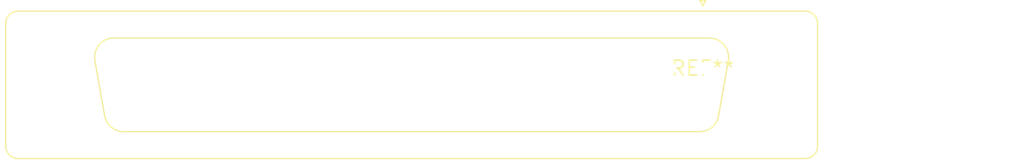
<source format=kicad_pcb>
(kicad_pcb (version 20240108) (generator pcbnew)
  (layers (0 "F.Cu" signal) (31 "B.Cu" signal) (34 "B.Paste" user) (35 "F.Paste" user) (36 "B.SilkS" user "B.Silkscreen") (37 "F.SilkS" user "F.Silkscreen") (38 "B.Mask" user) (39 "F.Mask" user) (44 "Edge.Cuts" user))
  (net 0 "")
  (footprint "DSUB-37_Female_Vertical_P2.77x2.84mm_MountingHoles" (layer "F.Cu") (at 0 0)
    (property "Reference" "REF**")
    (property "Value" "DSUB-37_Female_Vertical_P2.77x2.84mm_MountingHoles")
    (fp_line (start -59.69 6.67) (end -59.69 -3.83) (layer "F.SilkS") (stroke (width 0.12)))
    (fp_line (start -58.63 -4.89) (end 8.77 -4.89) (layer "F.SilkS") (stroke (width 0.12)))
    (fp_line (start -52.04647 -0.641744) (end -51.217733 4.058256) (layer "F.SilkS") (stroke (width 0.12)))
    (fp_line (start -50.411689 -2.59) (end 0.551689 -2.59) (layer "F.SilkS") (stroke (width 0.12)))
    (fp_line (start -49.582952 5.43) (end -0.277048 5.43) (layer "F.SilkS") (stroke (width 0.12)))
    (fp_line (start -0.25 -5.784338) (end 0.25 -5.784338) (layer "F.SilkS") (stroke (width 0.12)))
    (fp_line (start 0 -5.351325) (end -0.25 -5.784338) (layer "F.SilkS") (stroke (width 0.12)))
    (fp_line (start 0.25 -5.784338) (end 0 -5.351325) (layer "F.SilkS") (stroke (width 0.12)))
    (fp_line (start 2.18647 -0.641744) (end 1.357733 4.058256) (layer "F.SilkS") (stroke (width 0.12)))
    (fp_line (start 8.77 7.73) (end -58.63 7.73) (layer "F.SilkS") (stroke (width 0.12)))
    (fp_line (start 9.83 -3.83) (end 9.83 6.67) (layer "F.SilkS") (stroke (width 0.12)))
    (fp_arc (start -59.69 -3.83) (mid -59.379533 -4.579533) (end -58.63 -4.89) (layer "F.SilkS") (stroke (width 0.12)))
    (fp_arc (start -58.63 7.73) (mid -59.379533 7.419533) (end -59.69 6.67) (layer "F.SilkS") (stroke (width 0.12)))
    (fp_arc (start -52.04647 -0.641744) (mid -51.683323 -1.997028) (end -50.411689 -2.59) (layer "F.SilkS") (stroke (width 0.12)))
    (fp_arc (start -49.582952 5.43) (mid -50.649979 5.041634) (end -51.217733 4.058256) (layer "F.SilkS") (stroke (width 0.12)))
    (fp_arc (start 0.551689 -2.59) (mid 1.823323 -1.997027) (end 2.18647 -0.641744) (layer "F.SilkS") (stroke (width 0.12)))
    (fp_arc (start 1.357733 4.058256) (mid 0.78998 5.041634) (end -0.277048 5.43) (layer "F.SilkS") (stroke (width 0.12)))
    (fp_arc (start 8.77 -4.89) (mid 9.519533 -4.579533) (end 9.83 -3.83) (layer "F.SilkS") (stroke (width 0.12)))
    (fp_arc (start 9.83 6.67) (mid 9.519533 7.419533) (end 8.77 7.73) (layer "F.SilkS") (stroke (width 0.12)))
    (pad "0" thru_hole circle (at -56.68 1.42) (size 4 4) (drill 3.2) (layers *.Cu *.Mask) (remove_unused_layers))
    (pad "0" thru_hole circle (at 6.82 1.42) (size 4 4) (drill 3.2) (layers *.Cu *.Mask) (remove_unused_layers))
    (pad "1" thru_hole rect (at 0 0) (size 1.6 1.6) (drill 1) (layers *.Cu *.Mask) (remove_unused_layers))
    (pad "2" thru_hole circle (at -2.77 0) (size 1.6 1.6) (drill 1) (layers *.Cu *.Mask) (remove_unused_layers))
    (pad "3" thru_hole circle (at -5.54 0) (size 1.6 1.6) (drill 1) (layers *.Cu *.Mask) (remove_unused_layers))
    (pad "4" thru_hole circle (at -8.31 0) (size 1.6 1.6) (drill 1) (layers *.Cu *.Mask) (remove_unused_layers))
    (pad "5" thru_hole circle (at -11.08 0) (size 1.6 1.6) (drill 1) (layers *.Cu *.Mask) (remove_unused_layers))
    (pad "6" thru_hole circle (at -13.85 0) (size 1.6 1.6) (drill 1) (layers *.Cu *.Mask) (remove_unused_layers))
    (pad "7" thru_hole circle (at -16.62 0) (size 1.6 1.6) (drill 1) (layers *.Cu *.Mask) (remove_unused_layers))
    (pad "8" thru_hole circle (at -19.39 0) (size 1.6 1.6) (drill 1) (layers *.Cu *.Mask) (remove_unused_layers))
    (pad "9" thru_hole circle (at -22.16 0) (size 1.6 1.6) (drill 1) (layers *.Cu *.Mask) (remove_unused_layers))
    (pad "10" thru_hole circle (at -24.93 0) (size 1.6 1.6) (drill 1) (layers *.Cu *.Mask) (remove_unused_layers))
    (pad "11" thru_hole circle (at -27.7 0) (size 1.6 1.6) (drill 1) (layers *.Cu *.Mask) (remove_unused_layers))
    (pad "12" thru_hole circle (at -30.47 0) (size 1.6 1.6) (drill 1) (layers *.Cu *.Mask) (remove_unused_layers))
    (pad "13" thru_hole circle (at -33.24 0) (size 1.6 1.6) (drill 1) (layers *.Cu *.Mask) (remove_unused_layers))
    (pad "14" thru_hole circle (at -36.01 0) (size 1.6 1.6) (drill 1) (layers *.Cu *.Mask) (remove_unused_layers))
    (pad "15" thru_hole circle (at -38.78 0) (size 1.6 1.6) (drill 1) (layers *.Cu *.Mask) (remove_unused_layers))
    (pad "16" thru_hole circle (at -41.55 0) (size 1.6 1.6) (drill 1) (layers *.Cu *.Mask) (remove_unused_layers))
    (pad "17" thru_hole circle (at -44.32 0) (size 1.6 1.6) (drill 1) (layers *.Cu *.Mask) (remove_unused_layers))
    (pad "18" thru_hole circle (at -47.09 0) (size 1.6 1.6) (drill 1) (layers *.Cu *.Mask) (remove_unused_layers))
    (pad "19" thru_hole circle (at -49.86 0) (size 1.6 1.6) (drill 1) (layers *.Cu *.Mask) (remove_unused_layers))
    (pad "20" thru_hole circle (at -1.385 2.84) (size 1.6 1.6) (drill 1) (layers *.Cu *.Mask) (remove_unused_layers))
    (pad "21" thru_hole circle (at -4.155 2.84) (size 1.6 1.6) (drill 1) (layers *.Cu *.Mask) (remove_unused_layers))
    (pad "22" thru_hole circle (at -6.925 2.84) (size 1.6 1.6) (drill 1) (layers *.Cu *.Mask) (remove_unused_layers))
    (pad "23" thru_hole circle (at -9.695 2.84) (size 1.6 1.6) (drill 1) (layers *.Cu *.Mask) (remove_unused_layers))
    (pad "24" thru_hole circle (at -12.465 2.84) (size 1.6 1.6) (drill 1) (layers *.Cu *.Mask) (remove_unused_layers))
    (pad "25" thru_hole circle (at -15.235 2.84) (size 1.6 1.6) (drill 1) (layers *.Cu *.Mask) (remove_unused_layers))
    (pad "26" thru_hole circle (at -18.005 2.84) (size 1.6 1.6) (drill 1) (layers *.Cu *.Mask) (remove_unused_layers))
    (pad "27" thru_hole circle (at -20.775 2.84) (size 1.6 1.6) (drill 1) (layers *.Cu *.Mask) (remove_unused_layers))
    (pad "28" thru_hole circle (at -23.545 2.84) (size 1.6 1.6) (drill 1) (layers *.Cu *.Mask) (remove_unused_layers))
    (pad "29" thru_hole circle (at -26.315 2.84) (size 1.6 1.6) (drill 1) (layers *.Cu *.Mask) (remove_unused_layers))
    (pad "30" thru_hole circle (at -29.085 2.84) (size 1.6 1.6) (drill 1) (layers *.Cu *.Mask) (remove_unused_layers))
    (pad "31" thru_hole circle (at -31.855 2.84) (size 1.6 1.6) (drill 1) (layers *.Cu *.Mask) (remove_unused_layers))
    (pad "32" thru_hole circle (at -34.625 2.84) (size 1.6 1.6) (drill 1) (layers *.Cu *.Mask) (remove_unused_layers))
    (pad "33" thru_hole circle (at -37.395 2.84) (size 1.6 1.6) (drill 1) (layers *.Cu *.Mask) (remove_unused_layers))
    (pad "34" thru_hole circle (at -40.165 2.84) (size 1.6 1.6) (drill 1) (layers *.Cu *.Mask) (remove_unused_layers))
    (pad "35" thru_hole circle (at -42.935 2.84) (size 1.6 1.6) (drill 1) (layers *.Cu *.Mask) (remove_unused_layers))
    (pad "36" thru_hole circle (at -45.705 2.84) (size 1.6 1.6) (drill 1) (layers *.Cu *.Mask) (remove_unused_layers))
    (pad "37" thru_hole circle (at -48.475 2.84) (size 1.6 1.6) (drill 1) (layers *.Cu *.Mask) (remove_unused_layers))
  )
)
</source>
